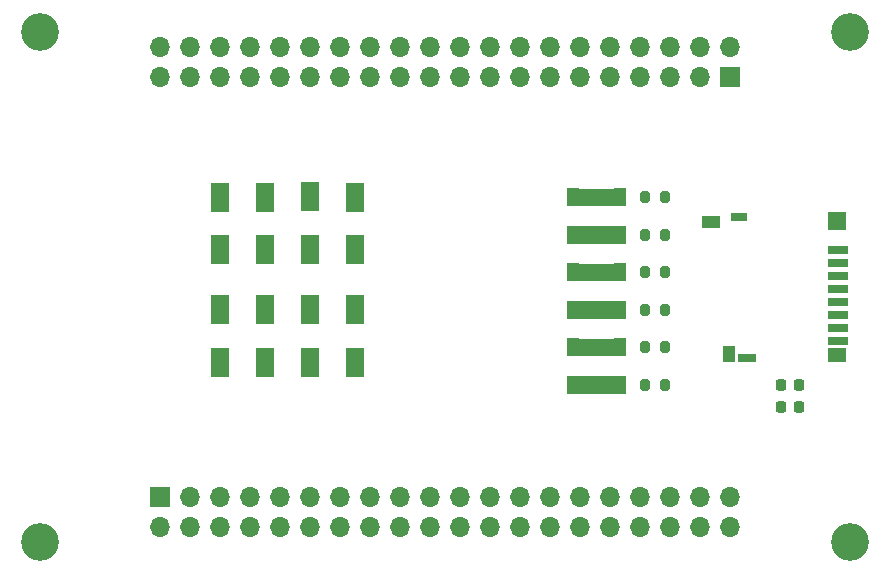
<source format=gbr>
%TF.GenerationSoftware,KiCad,Pcbnew,9.0.2+dfsg-1*%
%TF.CreationDate,2025-06-14T15:38:45+08:00*%
%TF.ProjectId,sd,73642e6b-6963-4616-945f-706362585858,rev?*%
%TF.SameCoordinates,Original*%
%TF.FileFunction,Soldermask,Top*%
%TF.FilePolarity,Negative*%
%FSLAX46Y46*%
G04 Gerber Fmt 4.6, Leading zero omitted, Abs format (unit mm)*
G04 Created by KiCad (PCBNEW 9.0.2+dfsg-1) date 2025-06-14 15:38:45*
%MOMM*%
%LPD*%
G01*
G04 APERTURE LIST*
G04 Aperture macros list*
%AMRoundRect*
0 Rectangle with rounded corners*
0 $1 Rounding radius*
0 $2 $3 $4 $5 $6 $7 $8 $9 X,Y pos of 4 corners*
0 Add a 4 corners polygon primitive as box body*
4,1,4,$2,$3,$4,$5,$6,$7,$8,$9,$2,$3,0*
0 Add four circle primitives for the rounded corners*
1,1,$1+$1,$2,$3*
1,1,$1+$1,$4,$5*
1,1,$1+$1,$6,$7*
1,1,$1+$1,$8,$9*
0 Add four rect primitives between the rounded corners*
20,1,$1+$1,$2,$3,$4,$5,0*
20,1,$1+$1,$4,$5,$6,$7,0*
20,1,$1+$1,$6,$7,$8,$9,0*
20,1,$1+$1,$8,$9,$2,$3,0*%
%AMFreePoly0*
4,1,6,1.000000,0.000000,0.500000,-0.750000,-0.500000,-0.750000,-0.500000,0.750000,0.500000,0.750000,1.000000,0.000000,1.000000,0.000000,$1*%
%AMFreePoly1*
4,1,6,0.500000,-0.750000,-0.650000,-0.750000,-0.150000,0.000000,-0.650000,0.750000,0.500000,0.750000,0.500000,-0.750000,0.500000,-0.750000,$1*%
G04 Aperture macros list end*
%ADD10FreePoly0,90.000000*%
%ADD11FreePoly1,90.000000*%
%ADD12RoundRect,0.200000X0.200000X0.275000X-0.200000X0.275000X-0.200000X-0.275000X0.200000X-0.275000X0*%
%ADD13FreePoly0,180.000000*%
%ADD14FreePoly0,0.000000*%
%ADD15R,1.700000X1.700000*%
%ADD16O,1.700000X1.700000*%
%ADD17R,1.750000X0.700000*%
%ADD18R,1.000000X1.450000*%
%ADD19R,1.550000X1.000000*%
%ADD20R,1.500000X0.800000*%
%ADD21R,1.500000X1.300000*%
%ADD22R,1.500000X1.500000*%
%ADD23R,1.400000X0.800000*%
%ADD24RoundRect,0.200000X-0.200000X-0.275000X0.200000X-0.275000X0.200000X0.275000X-0.200000X0.275000X0*%
%ADD25RoundRect,0.225000X0.225000X0.250000X-0.225000X0.250000X-0.225000X-0.250000X0.225000X-0.250000X0*%
%ADD26C,3.200000*%
G04 APERTURE END LIST*
%TO.C,JP18*%
G36*
X150380000Y-93300000D02*
G01*
X151880000Y-93300000D01*
X151880000Y-90850000D01*
X150380000Y-90850000D01*
X150380000Y-93300000D01*
G37*
%TO.C,JP11*%
G36*
X138950000Y-98380000D02*
G01*
X140450000Y-98380000D01*
X140450000Y-95930000D01*
X138950000Y-95930000D01*
X138950000Y-98380000D01*
G37*
%TO.C,JP3*%
G36*
X174045000Y-94730000D02*
G01*
X169045000Y-94730000D01*
X169045000Y-93230000D01*
X174045000Y-93230000D01*
X174045000Y-94730000D01*
G37*
%TO.C,JP14*%
G36*
X150380000Y-98380000D02*
G01*
X151880000Y-98380000D01*
X151880000Y-95930000D01*
X150380000Y-95930000D01*
X150380000Y-98380000D01*
G37*
%TO.C,JP13*%
G36*
X146570000Y-98380000D02*
G01*
X148070000Y-98380000D01*
X148070000Y-95930000D01*
X146570000Y-95930000D01*
X146570000Y-98380000D01*
G37*
%TO.C,JP8*%
G36*
X142760000Y-88855000D02*
G01*
X144260000Y-88855000D01*
X144260000Y-86405000D01*
X142760000Y-86405000D01*
X142760000Y-88855000D01*
G37*
%TO.C,JP22*%
G36*
X150380000Y-102825000D02*
G01*
X151880000Y-102825000D01*
X151880000Y-100375000D01*
X150380000Y-100375000D01*
X150380000Y-102825000D01*
G37*
%TO.C,JP16*%
G36*
X142760000Y-93300000D02*
G01*
X144260000Y-93300000D01*
X144260000Y-90850000D01*
X142760000Y-90850000D01*
X142760000Y-93300000D01*
G37*
%TO.C,JP10*%
G36*
X150380000Y-88855000D02*
G01*
X151880000Y-88855000D01*
X151880000Y-86405000D01*
X150380000Y-86405000D01*
X150380000Y-88855000D01*
G37*
%TO.C,JP2*%
G36*
X174045000Y-91555000D02*
G01*
X169045000Y-91555000D01*
X169045000Y-90055000D01*
X174045000Y-90055000D01*
X174045000Y-91555000D01*
G37*
%TO.C,JP6*%
G36*
X174045000Y-104255000D02*
G01*
X169045000Y-104255000D01*
X169045000Y-102755000D01*
X174045000Y-102755000D01*
X174045000Y-104255000D01*
G37*
%TO.C,JP19*%
G36*
X138950000Y-102825000D02*
G01*
X140450000Y-102825000D01*
X140450000Y-100375000D01*
X138950000Y-100375000D01*
X138950000Y-102825000D01*
G37*
%TO.C,JP4*%
G36*
X174045000Y-97905000D02*
G01*
X169045000Y-97905000D01*
X169045000Y-96405000D01*
X174045000Y-96405000D01*
X174045000Y-97905000D01*
G37*
%TO.C,JP9*%
G36*
X146570000Y-88765000D02*
G01*
X148070000Y-88765000D01*
X148070000Y-86315000D01*
X146570000Y-86315000D01*
X146570000Y-88765000D01*
G37*
%TO.C,JP21*%
G36*
X146570000Y-102825000D02*
G01*
X148070000Y-102825000D01*
X148070000Y-100375000D01*
X146570000Y-100375000D01*
X146570000Y-102825000D01*
G37*
%TO.C,JP5*%
G36*
X174045000Y-101080000D02*
G01*
X169045000Y-101080000D01*
X169045000Y-99580000D01*
X174045000Y-99580000D01*
X174045000Y-101080000D01*
G37*
%TO.C,JP1*%
G36*
X174045000Y-88380000D02*
G01*
X169045000Y-88380000D01*
X169045000Y-86880000D01*
X174045000Y-86880000D01*
X174045000Y-88380000D01*
G37*
%TO.C,JP15*%
G36*
X138950000Y-93300000D02*
G01*
X140450000Y-93300000D01*
X140450000Y-90850000D01*
X138950000Y-90850000D01*
X138950000Y-93300000D01*
G37*
%TO.C,JP17*%
G36*
X146570000Y-93300000D02*
G01*
X148070000Y-93300000D01*
X148070000Y-90850000D01*
X146570000Y-90850000D01*
X146570000Y-93300000D01*
G37*
%TO.C,JP12*%
G36*
X142760000Y-98380000D02*
G01*
X144260000Y-98380000D01*
X144260000Y-95930000D01*
X142760000Y-95930000D01*
X142760000Y-98380000D01*
G37*
%TO.C,JP7*%
G36*
X138950000Y-88855000D02*
G01*
X140450000Y-88855000D01*
X140450000Y-86405000D01*
X138950000Y-86405000D01*
X138950000Y-88855000D01*
G37*
%TO.C,JP20*%
G36*
X142760000Y-102825000D02*
G01*
X144260000Y-102825000D01*
X144260000Y-100375000D01*
X142760000Y-100375000D01*
X142760000Y-102825000D01*
G37*
%TD*%
D10*
%TO.C,JP18*%
X151130000Y-92800000D03*
D11*
X151130000Y-91350000D03*
%TD*%
D10*
%TO.C,JP11*%
X139700000Y-97880000D03*
D11*
X139700000Y-96430000D03*
%TD*%
D12*
%TO.C,R5*%
X177355000Y-100330000D03*
X175705000Y-100330000D03*
%TD*%
D13*
%TO.C,JP3*%
X173545000Y-93980000D03*
D14*
X169545000Y-93980000D03*
%TD*%
D10*
%TO.C,JP14*%
X151130000Y-97880000D03*
D11*
X151130000Y-96430000D03*
%TD*%
D15*
%TO.C,J5*%
X182880000Y-77470000D03*
D16*
X182880000Y-74930000D03*
X180340000Y-77470000D03*
X180340000Y-74930000D03*
X177800000Y-77470000D03*
X177800000Y-74930000D03*
X175260000Y-77470000D03*
X175260000Y-74930000D03*
X172720000Y-77470000D03*
X172720000Y-74930000D03*
X170180000Y-77470000D03*
X170180000Y-74930000D03*
X167640000Y-77470000D03*
X167640000Y-74930000D03*
X165100000Y-77470000D03*
X165100000Y-74930000D03*
X162560000Y-77470000D03*
X162560000Y-74930000D03*
X160020000Y-77470000D03*
X160020000Y-74930000D03*
X157480000Y-77470000D03*
X157480000Y-74930000D03*
X154940000Y-77470000D03*
X154940000Y-74930000D03*
X152400000Y-77470000D03*
X152400000Y-74930000D03*
X149860000Y-77470000D03*
X149860000Y-74930000D03*
X147320000Y-77470000D03*
X147320000Y-74930000D03*
X144780000Y-77470000D03*
X144780000Y-74930000D03*
X142240000Y-77470000D03*
X142240000Y-74930000D03*
X139700000Y-77470000D03*
X139700000Y-74930000D03*
X137160000Y-77470000D03*
X137160000Y-74930000D03*
X134620000Y-77470000D03*
X134620000Y-74930000D03*
%TD*%
D15*
%TO.C,J4*%
X134620000Y-113030000D03*
D16*
X134620000Y-115570000D03*
X137160000Y-113030000D03*
X137160000Y-115570000D03*
X139700000Y-113030000D03*
X139700000Y-115570000D03*
X142240000Y-113030000D03*
X142240000Y-115570000D03*
X144780000Y-113030000D03*
X144780000Y-115570000D03*
X147320000Y-113030000D03*
X147320000Y-115570000D03*
X149860000Y-113030000D03*
X149860000Y-115570000D03*
X152400000Y-113030000D03*
X152400000Y-115570000D03*
X154940000Y-113030000D03*
X154940000Y-115570000D03*
X157480000Y-113030000D03*
X157480000Y-115570000D03*
X160020000Y-113030000D03*
X160020000Y-115570000D03*
X162560000Y-113030000D03*
X162560000Y-115570000D03*
X165100000Y-113030000D03*
X165100000Y-115570000D03*
X167640000Y-113030000D03*
X167640000Y-115570000D03*
X170180000Y-113030000D03*
X170180000Y-115570000D03*
X172720000Y-113030000D03*
X172720000Y-115570000D03*
X175260000Y-113030000D03*
X175260000Y-115570000D03*
X177800000Y-113030000D03*
X177800000Y-115570000D03*
X180340000Y-113030000D03*
X180340000Y-115570000D03*
X182880000Y-113030000D03*
X182880000Y-115570000D03*
%TD*%
D10*
%TO.C,JP13*%
X147320000Y-97880000D03*
D11*
X147320000Y-96430000D03*
%TD*%
D10*
%TO.C,JP8*%
X143510000Y-88355000D03*
D11*
X143510000Y-86905000D03*
%TD*%
D17*
%TO.C,J1*%
X192040000Y-92075000D03*
X192040000Y-93175000D03*
X192040000Y-94275000D03*
X192040000Y-95375000D03*
X192040000Y-96475000D03*
X192040000Y-97575000D03*
X192040000Y-98675000D03*
X192040000Y-99775000D03*
D18*
X182815000Y-100900000D03*
D19*
X181240000Y-89675000D03*
D20*
X184315000Y-101225000D03*
D21*
X191915000Y-100975000D03*
D22*
X191915000Y-89625000D03*
D23*
X183665000Y-89275000D03*
%TD*%
D10*
%TO.C,JP22*%
X151130000Y-102325000D03*
D11*
X151130000Y-100875000D03*
%TD*%
D10*
%TO.C,JP16*%
X143510000Y-92800000D03*
D11*
X143510000Y-91350000D03*
%TD*%
D12*
%TO.C,R1*%
X177355000Y-87630000D03*
X175705000Y-87630000D03*
%TD*%
D10*
%TO.C,JP10*%
X151130000Y-88355000D03*
D11*
X151130000Y-86905000D03*
%TD*%
D13*
%TO.C,JP2*%
X173545000Y-90805000D03*
D14*
X169545000Y-90805000D03*
%TD*%
D12*
%TO.C,R2*%
X177355000Y-103505000D03*
X175705000Y-103505000D03*
%TD*%
D13*
%TO.C,JP6*%
X173545000Y-103505000D03*
D14*
X169545000Y-103505000D03*
%TD*%
D10*
%TO.C,JP19*%
X139700000Y-102325000D03*
D11*
X139700000Y-100875000D03*
%TD*%
D13*
%TO.C,JP4*%
X173545000Y-97155000D03*
D14*
X169545000Y-97155000D03*
%TD*%
D10*
%TO.C,JP9*%
X147320000Y-88265000D03*
D11*
X147320000Y-86815000D03*
%TD*%
D24*
%TO.C,R6*%
X175705000Y-93980000D03*
X177355000Y-93980000D03*
%TD*%
D10*
%TO.C,JP21*%
X147320000Y-102325000D03*
D11*
X147320000Y-100875000D03*
%TD*%
D13*
%TO.C,JP5*%
X173545000Y-100330000D03*
D14*
X169545000Y-100330000D03*
%TD*%
D13*
%TO.C,JP1*%
X173545000Y-87630000D03*
D14*
X169545000Y-87630000D03*
%TD*%
D10*
%TO.C,JP15*%
X139700000Y-92800000D03*
D11*
X139700000Y-91350000D03*
%TD*%
D10*
%TO.C,JP17*%
X147320000Y-92800000D03*
D11*
X147320000Y-91350000D03*
%TD*%
D10*
%TO.C,JP12*%
X143510000Y-97880000D03*
D11*
X143510000Y-96430000D03*
%TD*%
D12*
%TO.C,R4*%
X177355000Y-97155000D03*
X175705000Y-97155000D03*
%TD*%
D10*
%TO.C,JP7*%
X139700000Y-88355000D03*
D11*
X139700000Y-86905000D03*
%TD*%
D10*
%TO.C,JP20*%
X143510000Y-102325000D03*
D11*
X143510000Y-100875000D03*
%TD*%
D25*
%TO.C,C1*%
X188735000Y-103505000D03*
X187185000Y-103505000D03*
%TD*%
D12*
%TO.C,R3*%
X177355000Y-90805000D03*
X175705000Y-90805000D03*
%TD*%
D25*
%TO.C,C2*%
X188735000Y-105410000D03*
X187185000Y-105410000D03*
%TD*%
D26*
%TO.C,J3*%
X124460000Y-73660000D03*
X124460000Y-116840000D03*
X193040000Y-73660000D03*
X193040000Y-116840000D03*
%TD*%
M02*

</source>
